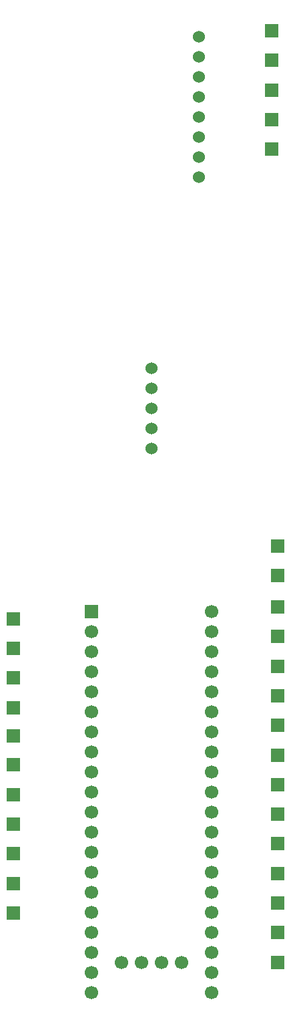
<source format=gbr>
%TF.GenerationSoftware,KiCad,Pcbnew,6.0.7+dfsg-1build1*%
%TF.CreationDate,2023-03-22T19:43:23+01:00*%
%TF.ProjectId,plotter_controller,706c6f74-7465-4725-9f63-6f6e74726f6c,rev?*%
%TF.SameCoordinates,Original*%
%TF.FileFunction,Soldermask,Bot*%
%TF.FilePolarity,Negative*%
%FSLAX46Y46*%
G04 Gerber Fmt 4.6, Leading zero omitted, Abs format (unit mm)*
G04 Created by KiCad (PCBNEW 6.0.7+dfsg-1build1) date 2023-03-22 19:43:23*
%MOMM*%
%LPD*%
G01*
G04 APERTURE LIST*
%ADD10R,1.700000X1.700000*%
%ADD11C,1.524000*%
%ADD12C,1.700000*%
G04 APERTURE END LIST*
D10*
%TO.C,J1*%
X112500000Y-118000000D03*
%TD*%
%TO.C,J31*%
X145250000Y-39750000D03*
%TD*%
%TO.C,J24*%
X146000000Y-142750000D03*
%TD*%
%TO.C,J20*%
X146000000Y-120250000D03*
%TD*%
%TO.C,J3*%
X146000000Y-139000000D03*
%TD*%
%TO.C,J11*%
X112500000Y-106750000D03*
%TD*%
D11*
%TO.C,D1*%
X136000000Y-33000000D03*
X136000000Y-35540000D03*
X136000000Y-38080000D03*
X136000000Y-40620000D03*
X136000000Y-43160000D03*
X136000000Y-45700000D03*
X136000000Y-48240000D03*
X136000000Y-50780000D03*
%TD*%
D10*
%TO.C,J18*%
X112500000Y-140250000D03*
%TD*%
%TO.C,J28*%
X145250000Y-43500000D03*
%TD*%
%TO.C,J16*%
X112500000Y-132750000D03*
%TD*%
%TO.C,J30*%
X145250000Y-36000000D03*
%TD*%
%TO.C,J4*%
X146000000Y-135250000D03*
%TD*%
%TO.C,J6*%
X146000000Y-105250000D03*
%TD*%
%TO.C,U1*%
X122380000Y-105870000D03*
D12*
X122380000Y-108410000D03*
X122380000Y-110950000D03*
X122380000Y-113490000D03*
X122380000Y-116030000D03*
X122380000Y-118570000D03*
X122380000Y-121110000D03*
X122380000Y-123650000D03*
X122380000Y-126190000D03*
X122380000Y-128730000D03*
X122380000Y-131270000D03*
X122380000Y-133810000D03*
X122380000Y-136350000D03*
X122380000Y-138890000D03*
X122380000Y-141430000D03*
X122380000Y-143970000D03*
X122380000Y-146510000D03*
X122380000Y-149050000D03*
X122380000Y-151590000D03*
X122380000Y-154130000D03*
X137620000Y-154130000D03*
X137620000Y-151590000D03*
X137620000Y-149050000D03*
X137620000Y-146510000D03*
X137620000Y-143970000D03*
X137620000Y-141430000D03*
X137620000Y-138890000D03*
X137620000Y-136350000D03*
X137620000Y-133810000D03*
X137620000Y-131270000D03*
X137620000Y-128730000D03*
X137620000Y-126190000D03*
X137620000Y-123650000D03*
X137620000Y-121110000D03*
X137620000Y-118570000D03*
X137620000Y-116030000D03*
X137620000Y-113490000D03*
X137620000Y-110950000D03*
X137620000Y-108410000D03*
X137620000Y-105870000D03*
X133810000Y-150320000D03*
X131270000Y-150320000D03*
X128730000Y-150320000D03*
X126190000Y-150320000D03*
%TD*%
D10*
%TO.C,J23*%
X146000000Y-131500000D03*
%TD*%
%TO.C,J15*%
X112500000Y-129000000D03*
%TD*%
%TO.C,J21*%
X146000000Y-124000000D03*
%TD*%
%TO.C,J5*%
X146000000Y-109000000D03*
%TD*%
%TO.C,J2*%
X112500000Y-121600000D03*
%TD*%
%TO.C,J13*%
X112500000Y-114250000D03*
%TD*%
%TO.C,J19*%
X112500000Y-144000000D03*
%TD*%
%TO.C,J27*%
X146000000Y-97500000D03*
%TD*%
%TO.C,J17*%
X112500000Y-136500000D03*
%TD*%
%TO.C,J32*%
X145250000Y-32250000D03*
%TD*%
%TO.C,J8*%
X146000000Y-116500000D03*
%TD*%
%TO.C,J14*%
X112500000Y-125250000D03*
%TD*%
%TO.C,J26*%
X146000000Y-150250000D03*
%TD*%
%TO.C,J25*%
X146000000Y-146500000D03*
%TD*%
%TO.C,J12*%
X112500000Y-110500000D03*
%TD*%
%TO.C,J29*%
X145250000Y-47250000D03*
%TD*%
%TO.C,J9*%
X146000000Y-101250000D03*
%TD*%
%TO.C,J22*%
X146000000Y-127750000D03*
%TD*%
%TO.C,J7*%
X146000000Y-112750000D03*
%TD*%
D11*
%TO.C,J10*%
X130000000Y-75000000D03*
X130000000Y-77540000D03*
X130000000Y-80080000D03*
X130000000Y-82620000D03*
X130000000Y-85160000D03*
%TD*%
M02*

</source>
